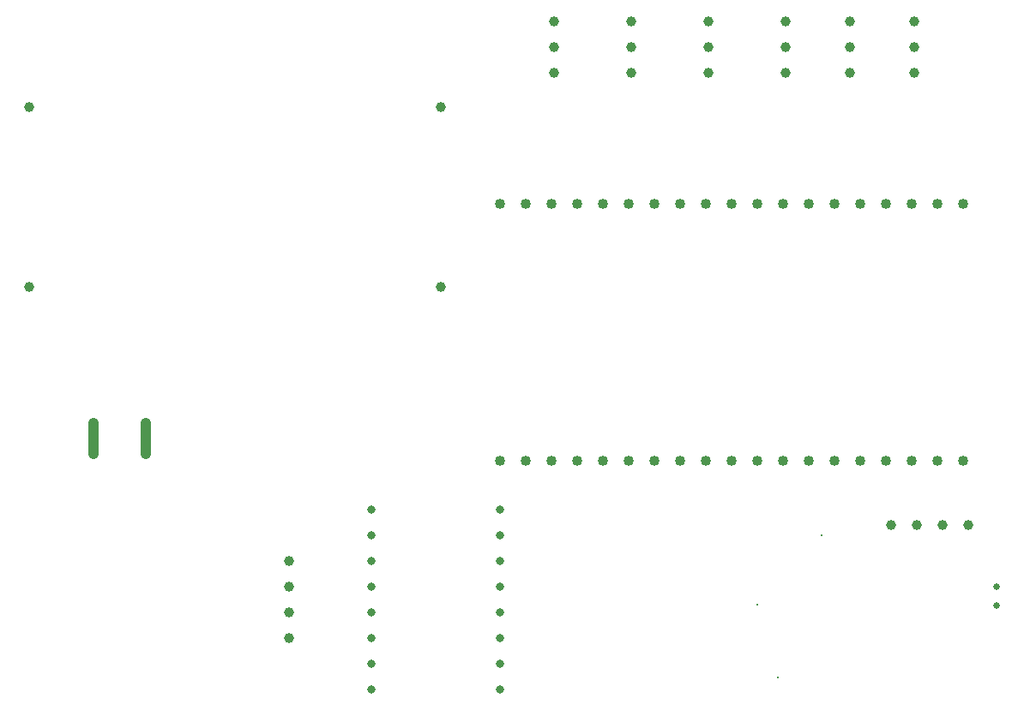
<source format=gbr>
%TF.GenerationSoftware,KiCad,Pcbnew,9.0.4*%
%TF.CreationDate,2025-11-20T23:00:25-05:00*%
%TF.ProjectId,Hand_System_Rev_1,48616e64-5f53-4797-9374-656d5f526576,rev?*%
%TF.SameCoordinates,Original*%
%TF.FileFunction,Plated,1,2,PTH,Mixed*%
%TF.FilePolarity,Positive*%
%FSLAX46Y46*%
G04 Gerber Fmt 4.6, Leading zero omitted, Abs format (unit mm)*
G04 Created by KiCad (PCBNEW 9.0.4) date 2025-11-20 23:00:25*
%MOMM*%
%LPD*%
G01*
G04 APERTURE LIST*
%TA.AperFunction,ViaDrill*%
%ADD10C,0.300000*%
%TD*%
%TA.AperFunction,ComponentDrill*%
%ADD11C,0.650000*%
%TD*%
%TA.AperFunction,ComponentDrill*%
%ADD12C,0.800000*%
%TD*%
%TA.AperFunction,ComponentDrill*%
%ADD13C,1.000000*%
%TD*%
G04 aperture for slot hole*
%TA.AperFunction,ComponentDrill*%
%ADD14C,1.020000*%
%TD*%
%TA.AperFunction,ComponentDrill*%
%ADD15C,1.020000*%
%TD*%
G04 APERTURE END LIST*
D10*
X171784000Y-115398000D03*
X173816000Y-122600000D03*
X178134000Y-108540000D03*
D11*
%TO.C,MK1*%
X195406000Y-113620000D03*
X195406000Y-115520000D03*
D12*
%TO.C,U3*%
X133684000Y-106000000D03*
X133684000Y-108540000D03*
X133684000Y-111080000D03*
X133684000Y-113620000D03*
X133684000Y-116160000D03*
X133684000Y-118700000D03*
X133684000Y-121240000D03*
X133684000Y-123780000D03*
X146384000Y-106000000D03*
X146384000Y-108540000D03*
X146384000Y-111080000D03*
X146384000Y-113620000D03*
X146384000Y-116160000D03*
X146384000Y-118700000D03*
X146384000Y-121240000D03*
X146384000Y-123780000D03*
D13*
%TO.C,U2*%
X99950000Y-66270000D03*
X99950000Y-84050000D03*
%TO.C,M7*%
X125556000Y-111080000D03*
X125556000Y-113620000D03*
X125556000Y-116160000D03*
X125556000Y-118700000D03*
%TO.C,U2*%
X140590000Y-66270000D03*
X140590000Y-84050000D03*
%TO.C,M5*%
X151765000Y-57785000D03*
X151765000Y-60325000D03*
X151765000Y-62865000D03*
%TO.C,M4*%
X159385000Y-57785000D03*
X159385000Y-60325000D03*
X159385000Y-62865000D03*
%TO.C,M3*%
X167005000Y-57785000D03*
X167005000Y-60325000D03*
X167005000Y-62865000D03*
%TO.C,M6*%
X174625000Y-57785000D03*
X174625000Y-60325000D03*
X174625000Y-62865000D03*
%TO.C,M2*%
X180975000Y-57785000D03*
X180975000Y-60325000D03*
X180975000Y-62865000D03*
%TO.C,U4*%
X184992000Y-107524000D03*
%TO.C,M1*%
X187325000Y-57785000D03*
X187325000Y-60325000D03*
X187325000Y-62865000D03*
%TO.C,U4*%
X187532000Y-107524000D03*
X190072000Y-107524000D03*
X192612000Y-107524000D03*
D14*
%TO.C,J1*%
X106288000Y-100520000D02*
X106288000Y-97520000D01*
X111468000Y-100520000D02*
X111468000Y-97520000D01*
D15*
%TO.C,U1*%
X146384000Y-75774000D03*
X146384000Y-101174000D03*
X148924000Y-75774000D03*
X148924000Y-101174000D03*
X151464000Y-75774000D03*
X151464000Y-101174000D03*
X154004000Y-75774000D03*
X154004000Y-101174000D03*
X156544000Y-75774000D03*
X156544000Y-101174000D03*
X159084000Y-75774000D03*
X159084000Y-101174000D03*
X161624000Y-75774000D03*
X161624000Y-101174000D03*
X164164000Y-75774000D03*
X164164000Y-101174000D03*
X166704000Y-75774000D03*
X166704000Y-101174000D03*
X169244000Y-75774000D03*
X169244000Y-101174000D03*
X171784000Y-75774000D03*
X171784000Y-101174000D03*
X174324000Y-75774000D03*
X174324000Y-101174000D03*
X176864000Y-75774000D03*
X176864000Y-101174000D03*
X179404000Y-75774000D03*
X179404000Y-101174000D03*
X181944000Y-75774000D03*
X181944000Y-101174000D03*
X184484000Y-75774000D03*
X184484000Y-101174000D03*
X187024000Y-75774000D03*
X187024000Y-101174000D03*
X189564000Y-75774000D03*
X189564000Y-101174000D03*
X192104000Y-75774000D03*
X192104000Y-101174000D03*
M02*

</source>
